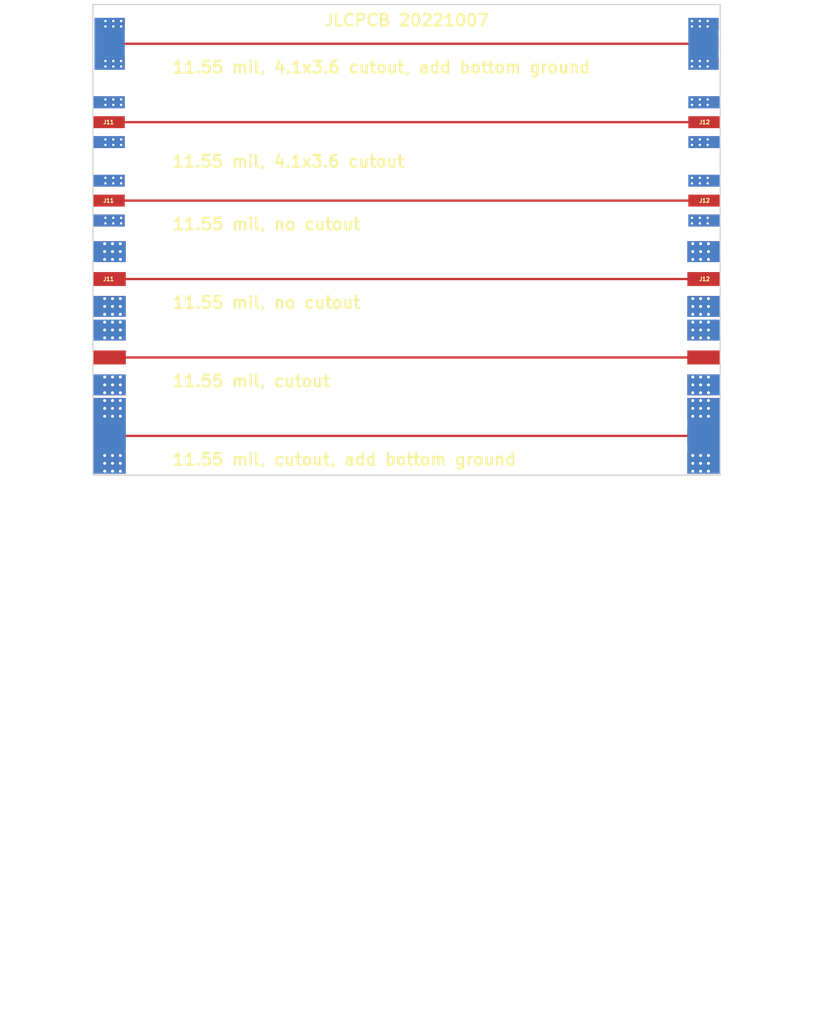
<source format=kicad_pcb>
(kicad_pcb (version 20221018) (generator pcbnew)
  (layers (0 "F.Cu" signal "C1F") (1 "In1.Cu" power "C2") (2 "In2.Cu" power "C3") (31 "B.Cu" power "C4B") (34 "B.Paste" user) (35 "F.Paste" user) (36 "B.SilkS" user "B.Silkscreen") (37 "F.SilkS" user "F.Silkscreen") (38 "B.Mask" user) (39 "F.Mask" user) (44 "Edge.Cuts" user))
  (net 0 "")
  (net 1 "GND")
  (net 2 "Net-(J11-Pad1)")
  (footprint "sma-variants:SMA-73251-2120-bgnd" (layer "F.Cu") (at 120 70)
    (fp_text reference "J11" hide)
    (fp_text value "CONN_COAXIAL")
    (pad "1" smd rect (at 2.1 0) (size 4.19 1.78) (layers "F.Cu" "F.Mask") (net 2 "Net-(J11-Pad1)"))
    (pad "2" thru_hole circle (at 1.5 -4.5) (size 0.6 0.6) (drill 0.381) (layers "*.Cu") (net 1 "GND"))
    (pad "2" thru_hole circle (at 1.5 -3.5) (size 0.6 0.6) (drill 0.381) (layers "*.Cu") (net 1 "GND"))
    (pad "2" thru_hole circle (at 1.5 -2.5) (size 0.6 0.6) (drill 0.381) (layers "*.Cu") (net 1 "GND"))
    (pad "2" thru_hole circle (at 1.5 2.5) (size 0.6 0.6) (drill 0.381) (layers "*.Cu") (net 1 "GND"))
    (pad "2" thru_hole circle (at 1.5 3.5) (size 0.6 0.6) (drill 0.381) (layers "*.Cu") (net 1 "GND"))
    (pad "2" thru_hole circle (at 1.5 4.5) (size 0.6 0.6) (drill 0.381) (layers "*.Cu") (net 1 "GND"))
    (pad "2" smd rect (at 2.1 -3.4925) (size 4.19 2.665) (layers "F.Cu" "F.Mask") (net 1 "GND"))
    (pad "2" smd rect (at 2.1 -3.4925) (size 4.19 2.665) (layers "B.Cu" "B.Mask") (net 1 "GND"))
    (pad "2" smd rect (at 2.1 0) (size 4.19 9.65) (layers "B.Cu") (net 1 "GND"))
    (pad "2" smd rect (at 2.1 3.4925) (size 4.19 2.665) (layers "F.Cu" "F.Mask") (net 1 "GND"))
    (pad "2" smd rect (at 2.1 3.4925) (size 4.19 2.665) (layers "B.Cu" "B.Mask") (net 1 "GND"))
    (pad "2" thru_hole circle (at 2.5 -4.5) (size 0.6 0.6) (drill 0.381) (layers "*.Cu") (net 1 "GND"))
    (pad "2" thru_hole circle (at 2.5 -3.5) (size 0.6 0.6) (drill 0.381) (layers "*.Cu") (net 1 "GND"))
    (pad "2" thru_hole circle (at 2.5 -2.5) (size 0.6 0.6) (drill 0.381) (layers "*.Cu") (net 1 "GND"))
    (pad "2" thru_hole circle (at 2.5 2.5) (size 0.6 0.6) (drill 0.381) (layers "*.Cu") (net 1 "GND"))
    (pad "2" thru_hole circle (at 2.5 3.5) (size 0.6 0.6) (drill 0.381) (layers "*.Cu") (net 1 "GND"))
    (pad "2" thru_hole circle (at 2.5 4.5) (size 0.6 0.6) (drill 0.381) (layers "*.Cu") (net 1 "GND"))
    (pad "2" thru_hole circle (at 3.5 -4.5) (size 0.6 0.6) (drill 0.381) (layers "*.Cu") (net 1 "GND"))
    (pad "2" thru_hole circle (at 3.5 -3.5) (size 0.6 0.6) (drill 0.381) (layers "*.Cu") (net 1 "GND"))
    (pad "2" thru_hole circle (at 3.5 -2.5) (size 0.6 0.6) (drill 0.381) (layers "*.Cu") (net 1 "GND"))
    (pad "2" thru_hole circle (at 3.5 2.5) (size 0.6 0.6) (drill 0.381) (layers "*.Cu") (net 1 "GND"))
    (pad "2" thru_hole circle (at 3.5 3.5) (size 0.6 0.6) (drill 0.381) (layers "*.Cu") (net 1 "GND"))
    (pad "2" thru_hole circle (at 3.5 4.5) (size 0.6 0.6) (drill 0.381) (layers "*.Cu") (net 1 "GND"))
  )
  (footprint "sma-variants:SMA-73251-2120-bgnd" (layer "F.Cu") (at 200 70 180)
    (fp_text reference "J12" hide)
    (fp_text value "CONN_COAXIAL")
    (pad "1" smd rect (at 2.1 0 180) (size 4.19 1.78) (layers "F.Cu" "F.Mask") (net 2 "Net-(J11-Pad1)"))
    (pad "2" thru_hole circle (at 1.5 -4.5 180) (size 0.6 0.6) (drill 0.381) (layers "*.Cu") (net 1 "GND"))
    (pad "2" thru_hole circle (at 1.5 -3.5 180) (size 0.6 0.6) (drill 0.381) (layers "*.Cu") (net 1 "GND"))
    (pad "2" thru_hole circle (at 1.5 -2.5 180) (size 0.6 0.6) (drill 0.381) (layers "*.Cu") (net 1 "GND"))
    (pad "2" thru_hole circle (at 1.5 2.5 180) (size 0.6 0.6) (drill 0.381) (layers "*.Cu") (net 1 "GND"))
    (pad "2" thru_hole circle (at 1.5 3.5 180) (size 0.6 0.6) (drill 0.381) (layers "*.Cu") (net 1 "GND"))
    (pad "2" thru_hole circle (at 1.5 4.5 180) (size 0.6 0.6) (drill 0.381) (layers "*.Cu") (net 1 "GND"))
    (pad "2" smd rect (at 2.1 -3.4925 180) (size 4.19 2.665) (layers "F.Cu" "F.Mask") (net 1 "GND"))
    (pad "2" smd rect (at 2.1 -3.4925 180) (size 4.19 2.665) (layers "B.Cu" "B.Mask") (net 1 "GND"))
    (pad "2" smd rect (at 2.1 0 180) (size 4.19 9.65) (layers "B.Cu") (net 1 "GND"))
    (pad "2" smd rect (at 2.1 3.4925 180) (size 4.19 2.665) (layers "F.Cu" "F.Mask") (net 1 "GND"))
    (pad "2" smd rect (at 2.1 3.4925 180) (size 4.19 2.665) (layers "B.Cu" "B.Mask") (net 1 "GND"))
    (pad "2" thru_hole circle (at 2.5 -4.5 180) (size 0.6 0.6) (drill 0.381) (layers "*.Cu") (net 1 "GND"))
    (pad "2" thru_hole circle (at 2.5 -3.5 180) (size 0.6 0.6) (drill 0.381) (layers "*.Cu") (net 1 "GND"))
    (pad "2" thru_hole circle (at 2.5 -2.5 180) (size 0.6 0.6) (drill 0.381) (layers "*.Cu") (net 1 "GND"))
    (pad "2" thru_hole circle (at 2.5 2.5 180) (size 0.6 0.6) (drill 0.381) (layers "*.Cu") (net 1 "GND"))
    (pad "2" thru_hole circle (at 2.5 3.5 180) (size 0.6 0.6) (drill 0.381) (layers "*.Cu") (net 1 "GND"))
    (pad "2" thru_hole circle (at 2.5 4.5 180) (size 0.6 0.6) (drill 0.381) (layers "*.Cu") (net 1 "GND"))
    (pad "2" thru_hole circle (at 3.5 -4.5 180) (size 0.6 0.6) (drill 0.381) (layers "*.Cu") (net 1 "GND"))
    (pad "2" thru_hole circle (at 3.5 -3.5 180) (size 0.6 0.6) (drill 0.381) (layers "*.Cu") (net 1 "GND"))
    (pad "2" thru_hole circle (at 3.5 -2.5 180) (size 0.6 0.6) (drill 0.381) (layers "*.Cu") (net 1 "GND"))
    (pad "2" thru_hole circle (at 3.5 2.5 180) (size 0.6 0.6) (drill 0.381) (layers "*.Cu") (net 1 "GND"))
    (pad "2" thru_hole circle (at 3.5 3.5 180) (size 0.6 0.6) (drill 0.381) (layers "*.Cu") (net 1 "GND"))
    (pad "2" thru_hole circle (at 3.5 4.5 180) (size 0.6 0.6) (drill 0.381) (layers "*.Cu") (net 1 "GND"))
  )
  (footprint "sma-variants:SMA-73251-2120-cutout" (layer "F.Cu") (at 120 60)
    (fp_text reference "J11" hide)
    (fp_text value "CONN_COAXIAL")
    (pad "1" smd rect (at 2.1 0) (size 4.19 1.78) (layers "F.Cu" "F.Mask") (net 2 "Net-(J11-Pad1)"))
    (pad "2" thru_hole circle (at 1.5 -4.5) (size 0.6 0.6) (drill 0.381) (layers "*.Cu") (net 1 "GND"))
    (pad "2" thru_hole circle (at 1.5 -3.5) (size 0.6 0.6) (drill 0.381) (layers "*.Cu") (net 1 "GND"))
    (pad "2" thru_hole circle (at 1.5 -2.5) (size 0.6 0.6) (drill 0.381) (layers "*.Cu") (net 1 "GND"))
    (pad "2" thru_hole circle (at 1.5 2.5) (size 0.6 0.6) (drill 0.381) (layers "*.Cu") (net 1 "GND"))
    (pad "2" thru_hole circle (at 1.5 3.5) (size 0.6 0.6) (drill 0.381) (layers "*.Cu") (net 1 "GND"))
    (pad "2" thru_hole circle (at 1.5 4.5) (size 0.6 0.6) (drill 0.381) (layers "*.Cu") (net 1 "GND"))
    (pad "2" smd rect (at 2.1 -3.4925) (size 4.19 2.665) (layers "F.Cu" "F.Mask") (net 1 "GND"))
    (pad "2" smd rect (at 2.1 -3.4925) (size 4.19 2.665) (layers "B.Cu" "B.Mask") (net 1 "GND"))
    (pad "2" smd rect (at 2.1 3.4925) (size 4.19 2.665) (layers "F.Cu" "F.Mask") (net 1 "GND"))
    (pad "2" smd rect (at 2.1 3.4925) (size 4.19 2.665) (layers "B.Cu" "B.Mask") (net 1 "GND"))
    (pad "2" thru_hole circle (at 2.5 -4.5) (size 0.6 0.6) (drill 0.381) (layers "*.Cu") (net 1 "GND"))
    (pad "2" thru_hole circle (at 2.5 -3.5) (size 0.6 0.6) (drill 0.381) (layers "*.Cu") (net 1 "GND"))
    (pad "2" thru_hole circle (at 2.5 -2.5) (size 0.6 0.6) (drill 0.381) (layers "*.Cu") (net 1 "GND"))
    (pad "2" thru_hole circle (at 2.5 2.5) (size 0.6 0.6) (drill 0.381) (layers "*.Cu") (net 1 "GND"))
    (pad "2" thru_hole circle (at 2.5 3.5) (size 0.6 0.6) (drill 0.381) (layers "*.Cu") (net 1 "GND"))
    (pad "2" thru_hole circle (at 2.5 4.5) (size 0.6 0.6) (drill 0.381) (layers "*.Cu") (net 1 "GND"))
    (pad "2" thru_hole circle (at 3.5 -4.5) (size 0.6 0.6) (drill 0.381) (layers "*.Cu") (net 1 "GND"))
    (pad "2" thru_hole circle (at 3.5 -3.5) (size 0.6 0.6) (drill 0.381) (layers "*.Cu") (net 1 "GND"))
    (pad "2" thru_hole circle (at 3.5 -2.5) (size 0.6 0.6) (drill 0.381) (layers "*.Cu") (net 1 "GND"))
    (pad "2" thru_hole circle (at 3.5 2.5) (size 0.6 0.6) (drill 0.381) (layers "*.Cu") (net 1 "GND"))
    (pad "2" thru_hole circle (at 3.5 3.5) (size 0.6 0.6) (drill 0.381) (layers "*.Cu") (net 1 "GND"))
    (pad "2" thru_hole circle (at 3.5 4.5) (size 0.6 0.6) (drill 0.381) (layers "*.Cu") (net 1 "GND"))
  )
  (footprint "sma-variants:SMA-73251-2120-cutout" (layer "F.Cu") (at 200 60 180)
    (fp_text reference "J12" hide)
    (fp_text value "CONN_COAXIAL")
    (pad "1" smd rect (at 2.1 0 180) (size 4.19 1.78) (layers "F.Cu" "F.Mask") (net 2 "Net-(J11-Pad1)"))
    (pad "2" thru_hole circle (at 1.5 -4.5 180) (size 0.6 0.6) (drill 0.381) (layers "*.Cu") (net 1 "GND"))
    (pad "2" thru_hole circle (at 1.5 -3.5 180) (size 0.6 0.6) (drill 0.381) (layers "*.Cu") (net 1 "GND"))
    (pad "2" thru_hole circle (at 1.5 -2.5 180) (size 0.6 0.6) (drill 0.381) (layers "*.Cu") (net 1 "GND"))
    (pad "2" thru_hole circle (at 1.5 2.5 180) (size 0.6 0.6) (drill 0.381) (layers "*.Cu") (net 1 "GND"))
    (pad "2" thru_hole circle (at 1.5 3.5 180) (size 0.6 0.6) (drill 0.381) (layers "*.Cu") (net 1 "GND"))
    (pad "2" thru_hole circle (at 1.5 4.5 180) (size 0.6 0.6) (drill 0.381) (layers "*.Cu") (net 1 "GND"))
    (pad "2" smd rect (at 2.1 -3.4925 180) (size 4.19 2.665) (layers "F.Cu" "F.Mask") (net 1 "GND"))
    (pad "2" smd rect (at 2.1 -3.4925 180) (size 4.19 2.665) (layers "B.Cu" "B.Mask") (net 1 "GND"))
    (pad "2" smd rect (at 2.1 3.4925 180) (size 4.19 2.665) (layers "F.Cu" "F.Mask") (net 1 "GND"))
    (pad "2" smd rect (at 2.1 3.4925 180) (size 4.19 2.665) (layers "B.Cu" "B.Mask") (net 1 "GND"))
    (pad "2" thru_hole circle (at 2.5 -4.5 180) (size 0.6 0.6) (drill 0.381) (layers "*.Cu") (net 1 "GND"))
    (pad "2" thru_hole circle (at 2.5 -3.5 180) (size 0.6 0.6) (drill 0.381) (layers "*.Cu") (net 1 "GND"))
    (pad "2" thru_hole circle (at 2.5 -2.5 180) (size 0.6 0.6) (drill 0.381) (layers "*.Cu") (net 1 "GND"))
    (pad "2" thru_hole circle (at 2.5 2.5 180) (size 0.6 0.6) (drill 0.381) (layers "*.Cu") (net 1 "GND"))
    (pad "2" thru_hole circle (at 2.5 3.5 180) (size 0.6 0.6) (drill 0.381) (layers "*.Cu") (net 1 "GND"))
    (pad "2" thru_hole circle (at 2.5 4.5 180) (size 0.6 0.6) (drill 0.381) (layers "*.Cu") (net 1 "GND"))
    (pad "2" thru_hole circle (at 3.5 -4.5 180) (size 0.6 0.6) (drill 0.381) (layers "*.Cu") (net 1 "GND"))
    (pad "2" thru_hole circle (at 3.5 -3.5 180) (size 0.6 0.6) (drill 0.381) (layers "*.Cu") (net 1 "GND"))
    (pad "2" thru_hole circle (at 3.5 -2.5 180) (size 0.6 0.6) (drill 0.381) (layers "*.Cu") (net 1 "GND"))
    (pad "2" thru_hole circle (at 3.5 2.5 180) (size 0.6 0.6) (drill 0.381) (layers "*.Cu") (net 1 "GND"))
    (pad "2" thru_hole circle (at 3.5 3.5 180) (size 0.6 0.6) (drill 0.381) (layers "*.Cu") (net 1 "GND"))
    (pad "2" thru_hole circle (at 3.5 4.5 180) (size 0.6 0.6) (drill 0.381) (layers "*.Cu") (net 1 "GND"))
  )
  (footprint "gsg-modules:SMA-73251-2120" (layer "F.Cu") (at 200 50 180)
    (fp_text reference "J12" (at 1.99898 0 180) (layer "F.SilkS") (effects (font (size 0.50038 0.50038) (thickness 0.12446))))
    (fp_text value "CONN_COAXIAL" hide)
    (pad "1" smd rect (at 2.095 0 180) (size 4.19 1.78) (layers "F.Cu" "F.Mask") (net 2 "Net-(J11-Pad1)"))
    (pad "2" thru_hole circle (at 1.5 -4.5 180) (size 0.6 0.6) (drill 0.381) (layers "*.Cu") (net 1 "GND"))
    (pad "2" thru_hole circle (at 1.5 -3.5 180) (size 0.6 0.6) (drill 0.381) (layers "*.Cu") (net 1 "GND"))
    (pad "2" thru_hole circle (at 1.5 -2.5 180) (size 0.6 0.6) (drill 0.381) (layers "*.Cu") (net 1 "GND"))
    (pad "2" thru_hole circle (at 1.5 2.5 180) (size 0.6 0.6) (drill 0.381) (layers "*.Cu") (net 1 "GND"))
    (pad "2" thru_hole circle (at 1.5 3.5 180) (size 0.6 0.6) (drill 0.381) (layers "*.Cu") (net 1 "GND"))
    (pad "2" thru_hole circle (at 1.5 4.5 180) (size 0.6 0.6) (drill 0.381) (layers "*.Cu") (net 1 "GND"))
    (pad "2" smd rect (at 2.095 -3.4925 180) (size 4.19 2.665) (layers "F.Cu" "F.Mask") (net 1 "GND"))
    (pad "2" smd rect (at 2.095 -3.4925 180) (size 4.19 2.665) (layers "B.Cu" "B.Mask") (net 1 "GND"))
    (pad "2" smd rect (at 2.095 3.4925 180) (size 4.19 2.665) (layers "F.Cu" "F.Mask") (net 1 "GND"))
    (pad "2" smd rect (at 2.095 3.4925 180) (size 4.19 2.665) (layers "B.Cu" "B.Mask") (net 1 "GND"))
    (pad "2" thru_hole circle (at 2.5 -4.5 180) (size 0.6 0.6) (drill 0.381) (layers "*.Cu") (net 1 "GND"))
    (pad "2" thru_hole circle (at 2.5 -3.5 180) (size 0.6 0.6) (drill 0.381) (layers "*.Cu") (net 1 "GND"))
    (pad "2" thru_hole circle (at 2.5 -2.5 180) (size 0.6 0.6) (drill 0.381) (layers "*.Cu") (net 1 "GND"))
    (pad "2" thru_hole circle (at 2.5 2.5 180) (size 0.6 0.6) (drill 0.381) (layers "*.Cu") (net 1 "GND"))
    (pad "2" thru_hole circle (at 2.5 3.5 180) (size 0.6 0.6) (drill 0.381) (layers "*.Cu") (net 1 "GND"))
    (pad "2" thru_hole circle (at 2.5 4.5 180) (size 0.6 0.6) (drill 0.381) (layers "*.Cu") (net 1 "GND"))
    (pad "2" thru_hole circle (at 3.5 -4.5 180) (size 0.6 0.6) (drill 0.381) (layers "*.Cu") (net 1 "GND"))
    (pad "2" thru_hole circle (at 3.5 -3.5 180) (size 0.6 0.6) (drill 0.381) (layers "*.Cu") (net 1 "GND"))
    (pad "2" thru_hole circle (at 3.5 -2.5 180) (size 0.6 0.6) (drill 0.381) (layers "*.Cu") (net 1 "GND"))
    (pad "2" thru_hole circle (at 3.5 2.5 180) (size 0.6 0.6) (drill 0.381) (layers "*.Cu") (net 1 "GND"))
    (pad "2" thru_hole circle (at 3.5 3.5 180) (size 0.6 0.6) (drill 0.381) (layers "*.Cu") (net 1 "GND"))
    (pad "2" thru_hole circle (at 3.5 4.5 180) (size 0.6 0.6) (drill 0.381) (layers "*.Cu") (net 1 "GND"))
  )
  (footprint "gsg-modules:SMA-73251-2120" (layer "F.Cu") (at 120 50)
    (fp_text reference "J11" (at 1.99898 0) (layer "F.SilkS") (effects (font (size 0.50038 0.50038) (thickness 0.12446))))
    (fp_text value "CONN_COAXIAL" hide)
    (pad "1" smd rect (at 2.095 0) (size 4.19 1.78) (layers "F.Cu" "F.Mask") (net 2 "Net-(J11-Pad1)"))
    (pad "2" thru_hole circle (at 1.5 -4.5) (size 0.6 0.6) (drill 0.381) (layers "*.Cu") (net 1 "GND"))
    (pad "2" thru_hole circle (at 1.5 -3.5) (size 0.6 0.6) (drill 0.381) (layers "*.Cu") (net 1 "GND"))
    (pad "2" thru_hole circle (at 1.5 -2.5) (size 0.6 0.6) (drill 0.381) (layers "*.Cu") (net 1 "GND"))
    (pad "2" thru_hole circle (at 1.5 2.5) (size 0.6 0.6) (drill 0.381) (layers "*.Cu") (net 1 "GND"))
    (pad "2" thru_hole circle (at 1.5 3.5) (size 0.6 0.6) (drill 0.381) (layers "*.Cu") (net 1 "GND"))
    (pad "2" thru_hole circle (at 1.5 4.5) (size 0.6 0.6) (drill 0.381) (layers "*.Cu") (net 1 "GND"))
    (pad "2" smd rect (at 2.095 -3.4925) (size 4.19 2.665) (layers "F.Cu" "F.Mask") (net 1 "GND"))
    (pad "2" smd rect (at 2.095 -3.4925) (size 4.19 2.665) (layers "B.Cu" "B.Mask") (net 1 "GND"))
    (pad "2" smd rect (at 2.095 3.4925) (size 4.19 2.665) (layers "F.Cu" "F.Mask") (net 1 "GND"))
    (pad "2" smd rect (at 2.095 3.4925) (size 4.19 2.665) (layers "B.Cu" "B.Mask") (net 1 "GND"))
    (pad "2" thru_hole circle (at 2.5 -4.5) (size 0.6 0.6) (drill 0.381) (layers "*.Cu") (net 1 "GND"))
    (pad "2" thru_hole circle (at 2.5 -3.5) (size 0.6 0.6) (drill 0.381) (layers "*.Cu") (net 1 "GND"))
    (pad "2" thru_hole circle (at 2.5 -2.5) (size 0.6 0.6) (drill 0.381) (layers "*.Cu") (net 1 "GND"))
    (pad "2" thru_hole circle (at 2.5 2.5) (size 0.6 0.6) (drill 0.381) (layers "*.Cu") (net 1 "GND"))
    (pad "2" thru_hole circle (at 2.5 3.5) (size 0.6 0.6) (drill 0.381) (layers "*.Cu") (net 1 "GND"))
    (pad "2" thru_hole circle (at 2.5 4.5) (size 0.6 0.6) (drill 0.381) (layers "*.Cu") (net 1 "GND"))
    (pad "2" thru_hole circle (at 3.5 -4.5) (size 0.6 0.6) (drill 0.381) (layers "*.Cu") (net 1 "GND"))
    (pad "2" thru_hole circle (at 3.5 -3.5) (size 0.6 0.6) (drill 0.381) (layers "*.Cu") (net 1 "GND"))
    (pad "2" thru_hole circle (at 3.5 -2.5) (size 0.6 0.6) (drill 0.381) (layers "*.Cu") (net 1 "GND"))
    (pad "2" thru_hole circle (at 3.5 2.5) (size 0.6 0.6) (drill 0.381) (layers "*.Cu") (net 1 "GND"))
    (pad "2" thru_hole circle (at 3.5 3.5) (size 0.6 0.6) (drill 0.381) (layers "*.Cu") (net 1 "GND"))
    (pad "2" thru_hole circle (at 3.5 4.5) (size 0.6 0.6) (drill 0.381) (layers "*.Cu") (net 1 "GND"))
  )
  (footprint "gsg-modules:SMA-EDGE" (layer "F.Cu") (at 120 30)
    (fp_text reference "J11" (at 1.99898 0) (layer "F.SilkS") (effects (font (size 0.50038 0.50038) (thickness 0.12446))))
    (fp_text value "CONN_COAXIAL" hide)
    (pad "1" smd rect (at 2.032 0) (size 4.064 1.524) (layers "F.Cu" "F.Mask") (net 2 "Net-(J11-Pad1)"))
    (pad "2" thru_hole circle (at 1.6 -2.9) (size 0.762 0.762) (drill 0.3048) (layers "*.Cu" "*.Mask") (net 1 "GND"))
    (pad "2" thru_hole circle (at 1.6 -2.2) (size 0.762 0.762) (drill 0.3048) (layers "*.Cu" "*.Mask") (net 1 "GND"))
    (pad "2" thru_hole circle (at 1.6 2.2) (size 0.762 0.762) (drill 0.3048) (layers "*.Cu" "*.Mask") (net 1 "GND"))
    (pad "2" thru_hole circle (at 1.6 2.9) (size 0.762 0.762) (drill 0.3048) (layers "*.Cu" "*.Mask") (net 1 "GND"))
    (pad "2" smd rect (at 2.032 -2.54) (size 4.064 1.524) (layers "F.Cu" "F.Mask") (net 1 "GND"))
    (pad "2" smd rect (at 2.032 -2.54) (size 4.064 1.524) (layers "B.Cu" "B.Mask") (net 1 "GND"))
    (pad "2" smd rect (at 2.032 2.54) (size 4.064 1.524) (layers "F.Cu" "F.Mask") (net 1 "GND"))
    (pad "2" smd rect (at 2.032 2.54) (size 4.064 1.524) (layers "B.Cu" "B.Mask") (net 1 "GND"))
    (pad "2" thru_hole circle (at 2.6 -2.9) (size 0.762 0.762) (drill 0.3048) (layers "*.Cu" "*.Mask") (net 1 "GND"))
    (pad "2" thru_hole circle (at 2.6 -2.2) (size 0.762 0.762) (drill 0.3048) (layers "*.Cu" "*.Mask") (net 1 "GND"))
    (pad "2" thru_hole circle (at 2.6 2.2) (size 0.762 0.762) (drill 0.3048) (layers "*.Cu" "*.Mask") (net 1 "GND"))
    (pad "2" thru_hole circle (at 2.6 2.9) (size 0.762 0.762) (drill 0.3048) (layers "*.Cu" "*.Mask") (net 1 "GND"))
    (pad "2" thru_hole circle (at 3.6 -2.9) (size 0.762 0.762) (drill 0.3048) (layers "*.Cu" "*.Mask") (net 1 "GND"))
    (pad "2" thru_hole circle (at 3.6 -2.2) (size 0.762 0.762) (drill 0.3048) (layers "*.Cu" "*.Mask") (net 1 "GND"))
    (pad "2" thru_hole circle (at 3.6 2.2) (size 0.762 0.762) (drill 0.3048) (layers "*.Cu" "*.Mask") (net 1 "GND"))
    (pad "2" thru_hole circle (at 3.6 2.9) (size 0.762 0.762) (drill 0.3048) (layers "*.Cu" "*.Mask") (net 1 "GND"))
  )
  (footprint "gsg-modules:SMA-EDGE" (layer "F.Cu") (at 200 30 180)
    (fp_text reference "J12" (at 1.99898 0 180) (layer "F.SilkS") (effects (font (size 0.50038 0.50038) (thickness 0.12446))))
    (fp_text value "CONN_COAXIAL" hide)
    (pad "1" smd rect (at 2.032 0 180) (size 4.064 1.524) (layers "F.Cu" "F.Mask") (net 2 "Net-(J11-Pad1)"))
    (pad "2" thru_hole circle (at 1.6 -2.9 180) (size 0.762 0.762) (drill 0.3048) (layers "*.Cu" "*.Mask") (net 1 "GND"))
    (pad "2" thru_hole circle (at 1.6 -2.2 180) (size 0.762 0.762) (drill 0.3048) (layers "*.Cu" "*.Mask") (net 1 "GND"))
    (pad "2" thru_hole circle (at 1.6 2.2 180) (size 0.762 0.762) (drill 0.3048) (layers "*.Cu" "*.Mask") (net 1 "GND"))
    (pad "2" thru_hole circle (at 1.6 2.9 180) (size 0.762 0.762) (drill 0.3048) (layers "*.Cu" "*.Mask") (net 1 "GND"))
    (pad "2" smd rect (at 2.032 -2.54 180) (size 4.064 1.524) (layers "F.Cu" "F.Mask") (net 1 "GND"))
    (pad "2" smd rect (at 2.032 -2.54 180) (size 4.064 1.524) (layers "B.Cu" "B.Mask") (net 1 "GND"))
    (pad "2" smd rect (at 2.032 2.54 180) (size 4.064 1.524) (layers "F.Cu" "F.Mask") (net 1 "GND"))
    (pad "2" smd rect (at 2.032 2.54 180) (size 4.064 1.524) (layers "B.Cu" "B.Mask") (net 1 "GND"))
    (pad "2" thru_hole circle (at 2.6 -2.9 180) (size 0.762 0.762) (drill 0.3048) (layers "*.Cu" "*.Mask") (net 1 "GND"))
    (pad "2" thru_hole circle (at 2.6 -2.2 180) (size 0.762 0.762) (drill 0.3048) (layers "*.Cu" "*.Mask") (net 1 "GND"))
    (pad "2" thru_hole circle (at 2.6 2.2 180) (size 0.762 0.762) (drill 0.3048) (layers "*.Cu" "*.Mask") (net 1 "GND"))
    (pad "2" thru_hole circle (at 2.6 2.9 180) (size 0.762 0.762) (drill 0.3048) (layers "*.Cu" "*.Mask") (net 1 "GND"))
    (pad "2" thru_hole circle (at 3.6 -2.9 180) (size 0.762 0.762) (drill 0.3048) (layers "*.Cu" "*.Mask") (net 1 "GND"))
    (pad "2" thru_hole circle (at 3.6 -2.2 180) (size 0.762 0.762) (drill 0.3048) (layers "*.Cu" "*.Mask") (net 1 "GND"))
    (pad "2" thru_hole circle (at 3.6 2.2 180) (size 0.762 0.762) (drill 0.3048) (layers "*.Cu" "*.Mask") (net 1 "GND"))
    (pad "2" thru_hole circle (at 3.6 2.9 180) (size 0.762 0.762) (drill 0.3048) (layers "*.Cu" "*.Mask") (net 1 "GND"))
  )
  (footprint "sma-variants:SMA-EDGE" (layer "F.Cu") (at 200 20 180)
    (fp_text reference "J12" hide)
    (fp_text value "CONN_COAXIAL")
    (pad "1" smd rect (at 2.132 0 180) (size 3.864 1.524) (layers "F.Cu" "F.Mask") (net 2 "Net-(J11-Pad1)"))
    (pad "2" thru_hole circle (at 1.6 -2.9 180) (size 0.762 0.762) (drill 0.3048) (layers "*.Cu" "*.Mask") (net 1 "GND"))
    (pad "2" thru_hole circle (at 1.6 -2.2 180) (size 0.762 0.762) (drill 0.3048) (layers "*.Cu" "*.Mask") (net 1 "GND"))
    (pad "2" thru_hole circle (at 1.6 2.2 180) (size 0.762 0.762) (drill 0.3048) (layers "*.Cu" "*.Mask") (net 1 "GND"))
    (pad "2" thru_hole circle (at 1.6 2.9 180) (size 0.762 0.762) (drill 0.3048) (layers "*.Cu" "*.Mask") (net 1 "GND"))
    (pad "2" smd rect (at 2.132 -2.54 180) (size 3.864 1.524) (layers "F.Cu" "F.Mask") (net 1 "GND"))
    (pad "2" smd rect (at 2.132 -2.54 180) (size 3.864 1.524) (layers "B.Cu" "B.Mask") (net 1 "GND"))
    (pad "2" smd rect (at 2.132 0 180) (size 3.864 6.604) (layers "B.Cu") (net 1 "GND"))
    (pad "2" smd rect (at 2.132 2.54 180) (size 3.864 1.524) (layers "F.Cu" "F.Mask") (net 1 "GND"))
    (pad "2" smd rect (at 2.132 2.54 180) (size 3.864 1.524) (layers "B.Cu" "B.Mask") (net 1 "GND"))
    (pad "2" thru_hole circle (at 2.6 -2.9 180) (size 0.762 0.762) (drill 0.3048) (layers "*.Cu" "*.Mask") (net 1 "GND"))
    (pad "2" thru_hole circle (at 2.6 -2.2 180) (size 0.762 0.762) (drill 0.3048) (layers "*.Cu" "*.Mask") (net 1 "GND"))
    (pad "2" thru_hole circle (at 2.6 2.2 180) (size 0.762 0.762) (drill 0.3048) (layers "*.Cu" "*.Mask") (net 1 "GND"))
    (pad "2" thru_hole circle (at 2.6 2.9 180) (size 0.762 0.762) (drill 0.3048) (layers "*.Cu" "*.Mask") (net 1 "GND"))
    (pad "2" thru_hole circle (at 3.6 -2.9 180) (size 0.762 0.762) (drill 0.3048) (layers "*.Cu" "*.Mask") (net 1 "GND"))
    (pad "2" thru_hole circle (at 3.6 -2.2 180) (size 0.762 0.762) (drill 0.3048) (layers "*.Cu" "*.Mask") (net 1 "GND"))
    (pad "2" thru_hole circle (at 3.6 2.2 180) (size 0.762 0.762) (drill 0.3048) (layers "*.Cu" "*.Mask") (net 1 "GND"))
    (pad "2" thru_hole circle (at 3.6 2.9 180) (size 0.762 0.762) (drill 0.3048) (layers "*.Cu" "*.Mask") (net 1 "GND"))
  )
  (footprint "sma-variants:SMA-EDGE" (layer "F.Cu") (at 120 20)
    (fp_text reference "J11" hide)
    (fp_text value "CONN_COAXIAL")
    (pad "1" smd rect (at 2.132 0) (size 3.864 1.524) (layers "F.Cu" "F.Mask") (net 2 "Net-(J11-Pad1)"))
    (pad "2" thru_hole circle (at 1.6 -2.9) (size 0.762 0.762) (drill 0.3048) (layers "*.Cu" "*.Mask") (net 1 "GND"))
    (pad "2" thru_hole circle (at 1.6 -2.2) (size 0.762 0.762) (drill 0.3048) (layers "*.Cu" "*.Mask") (net 1 "GND"))
    (pad "2" thru_hole circle (at 1.6 2.2) (size 0.762 0.762) (drill 0.3048) (layers "*.Cu" "*.Mask") (net 1 "GND"))
    (pad "2" thru_hole circle (at 1.6 2.9) (size 0.762 0.762) (drill 0.3048) (layers "*.Cu" "*.Mask") (net 1 "GND"))
    (pad "2" smd rect (at 2.132 -2.54) (size 3.864 1.524) (layers "F.Cu" "F.Mask") (net 1 "GND"))
    (pad "2" smd rect (at 2.132 -2.54) (size 3.864 1.524) (layers "B.Cu" "B.Mask") (net 1 "GND"))
    (pad "2" smd rect (at 2.132 0) (size 3.864 6.604) (layers "B.Cu") (net 1 "GND"))
    (pad "2" smd rect (at 2.132 2.54) (size 3.864 1.524) (layers "F.Cu" "F.Mask") (net 1 "GND"))
    (pad "2" smd rect (at 2.132 2.54) (size 3.864 1.524) (layers "B.Cu" "B.Mask") (net 1 "GND"))
    (pad "2" thru_hole circle (at 2.6 -2.9) (size 0.762 0.762) (drill 0.3048) (layers "*.Cu" "*.Mask") (net 1 "GND"))
    (pad "2" thru_hole circle (at 2.6 -2.2) (size 0.762 0.762) (drill 0.3048) (layers "*.Cu" "*.Mask") (net 1 "GND"))
    (pad "2" thru_hole circle (at 2.6 2.2) (size 0.762 0.762) (drill 0.3048) (layers "*.Cu" "*.Mask") (net 1 "GND"))
    (pad "2" thru_hole circle (at 2.6 2.9) (size 0.762 0.762) (drill 0.3048) (layers "*.Cu" "*.Mask") (net 1 "GND"))
    (pad "2" thru_hole circle (at 3.6 -2.9) (size 0.762 0.762) (drill 0.3048) (layers "*.Cu" "*.Mask") (net 1 "GND"))
    (pad "2" thru_hole circle (at 3.6 -2.2) (size 0.762 0.762) (drill 0.3048) (layers "*.Cu" "*.Mask") (net 1 "GND"))
    (pad "2" thru_hole circle (at 3.6 2.2) (size 0.762 0.762) (drill 0.3048) (layers "*.Cu" "*.Mask") (net 1 "GND"))
    (pad "2" thru_hole circle (at 3.6 2.9) (size 0.762 0.762) (drill 0.3048) (layers "*.Cu" "*.Mask") (net 1 "GND"))
  )
  (footprint "gsg-modules:SMA-EDGE" (layer "F.Cu") (at 120 40)
    (fp_text reference "J11" (at 1.99898 0) (layer "F.SilkS") (effects (font (size 0.50038 0.50038) (thickness 0.12446))))
    (fp_text value "CONN_COAXIAL" hide)
    (pad "1" smd rect (at 2.032 0) (size 4.064 1.524) (layers "F.Cu" "F.Mask") (net 2 "Net-(J11-Pad1)"))
    (pad "2" thru_hole circle (at 1.6 -2.9) (size 0.762 0.762) (drill 0.3048) (layers "*.Cu" "*.Mask") (net 1 "GND"))
    (pad "2" thru_hole circle (at 1.6 -2.2) (size 0.762 0.762) (drill 0.3048) (layers "*.Cu" "*.Mask") (net 1 "GND"))
    (pad "2" thru_hole circle (at 1.6 2.2) (size 0.762 0.762) (drill 0.3048) (layers "*.Cu" "*.Mask") (net 1 "GND"))
    (pad "2" thru_hole circle (at 1.6 2.9) (size 0.762 0.762) (drill 0.3048) (layers "*.Cu" "*.Mask") (net 1 "GND"))
    (pad "2" smd rect (at 2.032 -2.54) (size 4.064 1.524) (layers "F.Cu" "F.Mask") (net 1 "GND"))
    (pad "2" smd rect (at 2.032 -2.54) (size 4.064 1.524) (layers "B.Cu" "B.Mask") (net 1 "GND"))
    (pad "2" smd rect (at 2.032 2.54) (size 4.064 1.524) (layers "F.Cu" "F.Mask") (net 1 "GND"))
    (pad "2" smd rect (at 2.032 2.54) (size 4.064 1.524) (layers "B.Cu" "B.Mask") (net 1 "GND"))
    (pad "2" thru_hole circle (at 2.6 -2.9) (size 0.762 0.762) (drill 0.3048) (layers "*.Cu" "*.Mask") (net 1 "GND"))
    (pad "2" thru_hole circle (at 2.6 -2.2) (size 0.762 0.762) (drill 0.3048) (layers "*.Cu" "*.Mask") (net 1 "GND"))
    (pad "2" thru_hole circle (at 2.6 2.2) (size 0.762 0.762) (drill 0.3048) (layers "*.Cu" "*.Mask") (net 1 "GND"))
    (pad "2" thru_hole circle (at 2.6 2.9) (size 0.762 0.762) (drill 0.3048) (layers "*.Cu" "*.Mask") (net 1 "GND"))
    (pad "2" thru_hole circle (at 3.6 -2.9) (size 0.762 0.762) (drill 0.3048) (layers "*.Cu" "*.Mask") (net 1 "GND"))
    (pad "2" thru_hole circle (at 3.6 -2.2) (size 0.762 0.762) (drill 0.3048) (layers "*.Cu" "*.Mask") (net 1 "GND"))
    (pad "2" thru_hole circle (at 3.6 2.2) (size 0.762 0.762) (drill 0.3048) (layers "*.Cu" "*.Mask") (net 1 "GND"))
    (pad "2" thru_hole circle (at 3.6 2.9) (size 0.762 0.762) (drill 0.3048) (layers "*.Cu" "*.Mask") (net 1 "GND"))
  )
  (footprint "gsg-modules:SMA-EDGE" (layer "F.Cu") (at 200 40 180)
    (fp_text reference "J12" (at 1.99898 0 180) (layer "F.SilkS") (effects (font (size 0.50038 0.50038) (thickness 0.12446))))
    (fp_text value "CONN_COAXIAL" hide)
    (pad "1" smd rect (at 2.032 0 180) (size 4.064 1.524) (layers "F.Cu" "F.Mask") (net 2 "Net-(J11-Pad1)"))
    (pad "2" thru_hole circle (at 1.6 -2.9 180) (size 0.762 0.762) (drill 0.3048) (layers "*.Cu" "*.Mask") (net 1 "GND"))
    (pad "2" thru_hole circle (at 1.6 -2.2 180) (size 0.762 0.762) (drill 0.3048) (layers "*.Cu" "*.Mask") (net 1 "GND"))
    (pad "2" thru_hole circle (at 1.6 2.2 180) (size 0.762 0.762) (drill 0.3048) (layers "*.Cu" "*.Mask") (net 1 "GND"))
    (pad "2" thru_hole circle (at 1.6 2.9 180) (size 0.762 0.762) (drill 0.3048) (layers "*.Cu" "*.Mask") (net 1 "GND"))
    (pad "2" smd rect (at 2.032 -2.54 180) (size 4.064 1.524) (layers "F.Cu" "F.Mask") (net 1 "GND"))
    (pad "2" smd rect (at 2.032 -2.54 180) (size 4.064 1.524) (layers "B.Cu" "B.Mask") (net 1 "GND"))
    (pad "2" smd rect (at 2.032 2.54 180) (size 4.064 1.524) (layers "F.Cu" "F.Mask") (net 1 "GND"))
    (pad "2" smd rect (at 2.032 2.54 180) (size 4.064 1.524) (layers "B.Cu" "B.Mask") (net 1 "GND"))
    (pad "2" thru_hole circle (at 2.6 -2.9 180) (size 0.762 0.762) (drill 0.3048) (layers "*.Cu" "*.Mask") (net 1 "GND"))
    (pad "2" thru_hole circle (at 2.6 -2.2 180) (size 0.762 0.762) (drill 0.3048) (layers "*.Cu" "*.Mask") (net 1 "GND"))
    (pad "2" thru_hole circle (at 2.6 2.2 180) (size 0.762 0.762) (drill 0.3048) (layers "*.Cu" "*.Mask") (net 1 "GND"))
    (pad "2" thru_hole circle (at 2.6 2.9 180) (size 0.762 0.762) (drill 0.3048) (layers "*.Cu" "*.Mask") (net 1 "GND"))
    (pad "2" thru_hole circle (at 3.6 -2.9 180) (size 0.762 0.762) (drill 0.3048) (layers "*.Cu" "*.Mask") (net 1 "GND"))
    (pad "2" thru_hole circle (at 3.6 -2.2 180) (size 0.762 0.762) (drill 0.3048) (layers "*.Cu" "*.Mask") (net 1 "GND"))
    (pad "2" thru_hole circle (at 3.6 2.2 180) (size 0.762 0.762) (drill 0.3048) (layers "*.Cu" "*.Mask") (net 1 "GND"))
    (pad "2" thru_hole circle (at 3.6 2.9 180) (size 0.762 0.762) (drill 0.3048) (layers "*.Cu" "*.Mask") (net 1 "GND"))
  )
  (gr_line (start 120 15) (end 120 75) (stroke (width 0.15)) (layer "Edge.Cuts"))
  (gr_line (start 200 75) (end 200 15) (stroke (width 0.15)) (layer "Edge.Cuts"))
  (gr_line (start 120 75) (end 200 75) (stroke (width 0.15)) (layer "Edge.Cuts"))
  (gr_line (start 200 15) (end 120 15) (stroke (width 0.15)) (layer "Edge.Cuts"))
  (gr_text "JLCPCB 20221007" (at 160 17) (layer "F.SilkS") (effects (font (size 1.5 1.5) (thickness 0.3))))
  (gr_text "11.55 mil, cutout, add bottom ground" (at 130 73) (layer "F.SilkS") (effects (font (size 1.5 1.5) (thickness 0.3)) (justify left)))
  (gr_text "11.55 mil, cutout" (at 130 63) (layer "F.SilkS") (effects (font (size 1.5 1.5) (thickness 0.3)) (justify left)))
  (gr_text "11.55 mil, no cutout" (at 130 53) (layer "F.SilkS") (effects (font (size 1.5 1.5) (thickness 0.3)) (justify left)))
  (gr_text "11.55 mil, no cutout" (at 130 43) (layer "F.SilkS") (effects (font (size 1.5 1.5) (thickness 0.3)) (justify left)))
  (gr_text "11.55 mil, 4.1x3.6 cutout, add bottom ground" (at 130 23) (layer "F.SilkS") (effects (font (size 1.5 1.5) (thickness 0.3)) (justify left)))
  (gr_text "11.55 mil, 4.1x3.6 cutout" (at 129.964051 35) (layer "F.SilkS") (effects (font (size 1.5 1.5) (thickness 0.3)) (justify left)))
  (segment (start 122.095 70) (end 197.905 70) (width 0.29337) (layer "F.Cu") (net 2))
  (segment (start 122.095 60) (end 197.905 60) (width 0.29337) (layer "F.Cu") (net 2))
  (segment (start 122.095 50) (end 197.905 50) (width 0.29337) (layer "F.Cu") (net 2))
  (segment (start 122.095 30) (end 197.905 30) (width 0.29337) (layer "F.Cu") (net 2))
  (segment (start 122.095 20) (end 197.905 20) (width 0.29337) (layer "F.Cu") (net 2))
  (segment (start 122.095 40) (end 197.905 40) (width 0.29337) (layer "F.Cu") (net 2))
)
</source>
